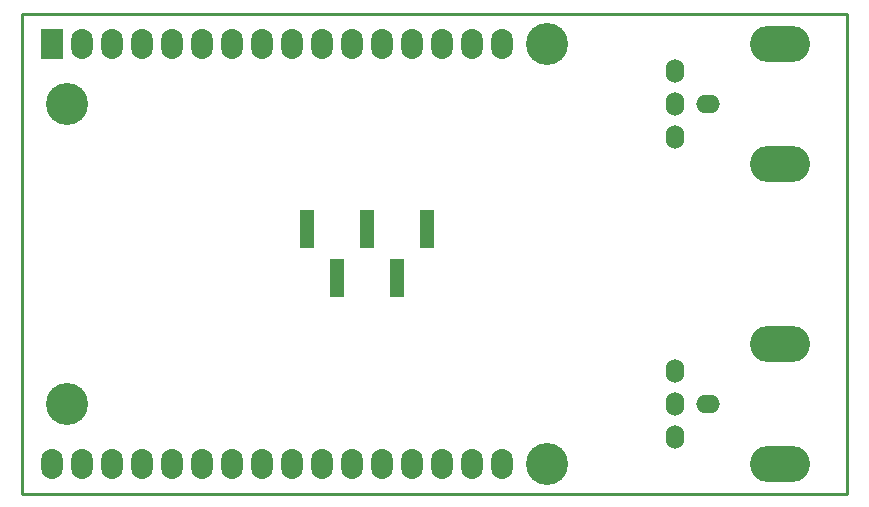
<source format=gts>
G04 #@! TF.GenerationSoftware,KiCad,Pcbnew,no-vcs-found-a592832~58~ubuntu16.04.1*
G04 #@! TF.CreationDate,2017-03-09T13:35:24-05:00*
G04 #@! TF.ProjectId,encoder_interface_simple_3x2,656E636F6465725F696E746572666163,1.0*
G04 #@! TF.FileFunction,Soldermask,Top*
G04 #@! TF.FilePolarity,Negative*
%FSLAX46Y46*%
G04 Gerber Fmt 4.6, Leading zero omitted, Abs format (unit mm)*
G04 Created by KiCad (PCBNEW no-vcs-found-a592832~58~ubuntu16.04.1) date Thu Mar  9 13:35:24 2017*
%MOMM*%
%LPD*%
G01*
G04 APERTURE LIST*
%ADD10C,0.100000*%
%ADD11C,0.228600*%
%ADD12O,1.854200X2.540000*%
%ADD13R,1.854200X2.540000*%
%ADD14C,3.556000*%
%ADD15O,5.080000X3.048000*%
%ADD16O,2.032000X1.524000*%
%ADD17O,1.524000X2.032000*%
%ADD18R,1.270000X3.175000*%
G04 APERTURE END LIST*
D10*
D11*
X155575000Y-68580000D02*
X85725000Y-68580000D01*
X155575000Y-109220000D02*
X155575000Y-68580000D01*
X85725000Y-109220000D02*
X155575000Y-109220000D01*
X85725000Y-68580000D02*
X85725000Y-109220000D01*
D12*
X90805000Y-71120000D03*
X93345000Y-71120000D03*
D13*
X88265000Y-71120000D03*
D12*
X95885000Y-71120000D03*
X98425000Y-71120000D03*
X100965000Y-71120000D03*
X103505000Y-71120000D03*
X106045000Y-71120000D03*
X108585000Y-71120000D03*
X111125000Y-71120000D03*
X113665000Y-71120000D03*
X116205000Y-71120000D03*
X118745000Y-71120000D03*
X121285000Y-71120000D03*
X123825000Y-71120000D03*
X126365000Y-71120000D03*
X126365000Y-106680000D03*
X123825000Y-106680000D03*
X121285000Y-106680000D03*
X118745000Y-106680000D03*
X116205000Y-106680000D03*
X113665000Y-106680000D03*
X111125000Y-106680000D03*
X108585000Y-106680000D03*
X106045000Y-106680000D03*
X103505000Y-106680000D03*
X100965000Y-106680000D03*
X98425000Y-106680000D03*
X95885000Y-106680000D03*
X93345000Y-106680000D03*
X90805000Y-106680000D03*
X88265000Y-106680000D03*
D14*
X89535000Y-76200000D03*
X89535000Y-101600000D03*
X130175000Y-106680000D03*
X130175000Y-71120000D03*
D15*
X149860000Y-71120000D03*
X149860000Y-81280000D03*
D16*
X143764000Y-76200000D03*
D17*
X140970000Y-76200000D03*
X140970000Y-78994000D03*
X140970000Y-73406000D03*
X140970000Y-98806000D03*
X140970000Y-104394000D03*
X140970000Y-101600000D03*
D16*
X143764000Y-101600000D03*
D15*
X149860000Y-106680000D03*
X149860000Y-96520000D03*
D18*
X117475000Y-90995500D03*
X120015000Y-86804500D03*
X114935000Y-86804500D03*
X112395000Y-90995500D03*
X109855000Y-86804500D03*
M02*

</source>
